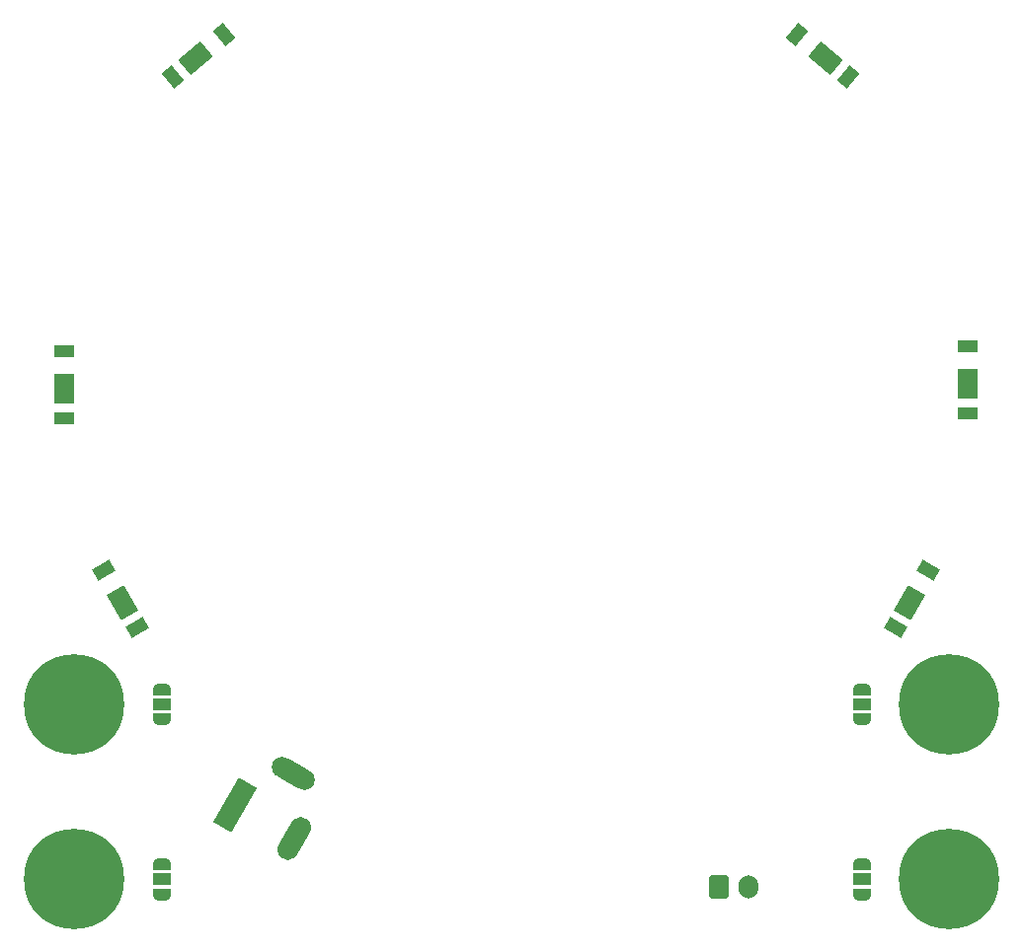
<source format=gbr>
%TF.GenerationSoftware,KiCad,Pcbnew,7.0.10*%
%TF.CreationDate,2024-02-19T23:02:20+00:00*%
%TF.ProjectId,Milo_RingLight,4d696c6f-5f52-4696-9e67-4c696768742e,rev?*%
%TF.SameCoordinates,Original*%
%TF.FileFunction,Soldermask,Top*%
%TF.FilePolarity,Negative*%
%FSLAX46Y46*%
G04 Gerber Fmt 4.6, Leading zero omitted, Abs format (unit mm)*
G04 Created by KiCad (PCBNEW 7.0.10) date 2024-02-19 23:02:20*
%MOMM*%
%LPD*%
G01*
G04 APERTURE LIST*
G04 Aperture macros list*
%AMRoundRect*
0 Rectangle with rounded corners*
0 $1 Rounding radius*
0 $2 $3 $4 $5 $6 $7 $8 $9 X,Y pos of 4 corners*
0 Add a 4 corners polygon primitive as box body*
4,1,4,$2,$3,$4,$5,$6,$7,$8,$9,$2,$3,0*
0 Add four circle primitives for the rounded corners*
1,1,$1+$1,$2,$3*
1,1,$1+$1,$4,$5*
1,1,$1+$1,$6,$7*
1,1,$1+$1,$8,$9*
0 Add four rect primitives between the rounded corners*
20,1,$1+$1,$2,$3,$4,$5,0*
20,1,$1+$1,$4,$5,$6,$7,0*
20,1,$1+$1,$6,$7,$8,$9,0*
20,1,$1+$1,$8,$9,$2,$3,0*%
%AMHorizOval*
0 Thick line with rounded ends*
0 $1 width*
0 $2 $3 position (X,Y) of the first rounded end (center of the circle)*
0 $4 $5 position (X,Y) of the second rounded end (center of the circle)*
0 Add line between two ends*
20,1,$1,$2,$3,$4,$5,0*
0 Add two circle primitives to create the rounded ends*
1,1,$1,$2,$3*
1,1,$1,$4,$5*%
%AMRotRect*
0 Rectangle, with rotation*
0 The origin of the aperture is its center*
0 $1 length*
0 $2 width*
0 $3 Rotation angle, in degrees counterclockwise*
0 Add horizontal line*
21,1,$1,$2,0,0,$3*%
%AMFreePoly0*
4,1,19,0.550000,-0.750000,0.000000,-0.750000,0.000000,-0.744911,-0.071157,-0.744911,-0.207708,-0.704816,-0.327430,-0.627875,-0.420627,-0.520320,-0.479746,-0.390866,-0.500000,-0.250000,-0.500000,0.250000,-0.479746,0.390866,-0.420627,0.520320,-0.327430,0.627875,-0.207708,0.704816,-0.071157,0.744911,0.000000,0.744911,0.000000,0.750000,0.550000,0.750000,0.550000,-0.750000,0.550000,-0.750000,
$1*%
%AMFreePoly1*
4,1,19,0.000000,0.744911,0.071157,0.744911,0.207708,0.704816,0.327430,0.627875,0.420627,0.520320,0.479746,0.390866,0.500000,0.250000,0.500000,-0.250000,0.479746,-0.390866,0.420627,-0.520320,0.327430,-0.627875,0.207708,-0.704816,0.071157,-0.744911,0.000000,-0.744911,0.000000,-0.750000,-0.550000,-0.750000,-0.550000,0.750000,0.000000,0.750000,0.000000,0.744911,0.000000,0.744911,
$1*%
G04 Aperture macros list end*
%ADD10C,0.900000*%
%ADD11C,8.600000*%
%ADD12FreePoly0,90.000000*%
%ADD13R,1.500000X1.000000*%
%ADD14FreePoly1,90.000000*%
%ADD15R,1.700000X1.100000*%
%ADD16R,1.700000X2.500000*%
%ADD17RoundRect,0.250000X-0.600000X-0.750000X0.600000X-0.750000X0.600000X0.750000X-0.600000X0.750000X0*%
%ADD18O,1.700000X2.000000*%
%ADD19RotRect,4.400000X1.800000X60.000000*%
%ADD20HorizOval,1.800000X0.550000X0.952628X-0.550000X-0.952628X0*%
%ADD21HorizOval,1.800000X-0.952628X0.550000X0.952628X-0.550000X0*%
%ADD22RotRect,1.100000X1.700000X300.000000*%
%ADD23RotRect,2.500000X1.700000X300.000000*%
%ADD24RotRect,1.100000X1.700000X240.000000*%
%ADD25RotRect,2.500000X1.700000X240.000000*%
%ADD26RotRect,1.100000X1.700000X320.000000*%
%ADD27RotRect,2.500000X1.700000X320.000000*%
%ADD28RotRect,1.100000X1.700000X220.000000*%
%ADD29RotRect,2.500000X1.700000X220.000000*%
G04 APERTURE END LIST*
D10*
%TO.C,J5*%
X104239024Y-97518461D03*
X105183605Y-95238042D03*
X105183605Y-99798880D03*
X107464024Y-94293461D03*
D11*
X107464024Y-97518461D03*
D10*
X107464024Y-100743461D03*
X109744443Y-95238042D03*
X109744443Y-99798880D03*
X110689024Y-97518461D03*
%TD*%
D12*
%TO.C,JP1*%
X39964024Y-83818461D03*
D13*
X39964024Y-82518461D03*
D14*
X39964024Y-81218461D03*
%TD*%
D10*
%TO.C,J2*%
X29239024Y-82518461D03*
X30183605Y-80238042D03*
X30183605Y-84798880D03*
X32464024Y-79293461D03*
D11*
X32464024Y-82518461D03*
D10*
X32464024Y-85743461D03*
X34744443Y-80238042D03*
X34744443Y-84798880D03*
X35689024Y-82518461D03*
%TD*%
D15*
%TO.C,D5*%
X109082624Y-51800000D03*
D16*
X109082624Y-55000000D03*
D15*
X109082624Y-57500000D03*
%TD*%
D12*
%TO.C,JP4*%
X99964024Y-98818461D03*
D13*
X99964024Y-97518461D03*
D14*
X99964024Y-96218461D03*
%TD*%
D12*
%TO.C,JP2*%
X39964024Y-98818461D03*
D13*
X39964024Y-97518461D03*
D14*
X39964024Y-96218461D03*
%TD*%
D12*
%TO.C,JP3*%
X99964024Y-83818461D03*
D13*
X99964024Y-82518461D03*
D14*
X99964024Y-81218461D03*
%TD*%
D10*
%TO.C,J3*%
X29239024Y-97518461D03*
X30183605Y-95238042D03*
X30183605Y-99798880D03*
X32464024Y-94293461D03*
D11*
X32464024Y-97518461D03*
D10*
X32464024Y-100743461D03*
X34744443Y-95238042D03*
X34744443Y-99798880D03*
X35689024Y-97518461D03*
%TD*%
D17*
%TO.C,J6*%
X87750000Y-98200000D03*
D18*
X90250000Y-98200000D03*
%TD*%
D19*
%TO.C,J1*%
X46261858Y-91133080D03*
D20*
X51284805Y-94033080D03*
D21*
X51259934Y-88476158D03*
%TD*%
D22*
%TO.C,D3*%
X34982624Y-70982380D03*
D23*
X36582624Y-73753661D03*
D22*
X37832624Y-75918724D03*
%TD*%
D24*
%TO.C,D4*%
X105682624Y-70982380D03*
D25*
X104082624Y-73753661D03*
D24*
X102832624Y-75918724D03*
%TD*%
D15*
%TO.C,D2*%
X31582624Y-52222800D03*
D16*
X31582624Y-55422800D03*
D15*
X31582624Y-57922800D03*
%TD*%
D26*
%TO.C,D6*%
X94427997Y-25028316D03*
D27*
X96879340Y-27085237D03*
D26*
X98794451Y-28692206D03*
%TD*%
D28*
%TO.C,D1*%
X45265367Y-25028316D03*
D29*
X42814024Y-27085237D03*
D28*
X40898913Y-28692206D03*
%TD*%
D10*
%TO.C,J4*%
X104239024Y-82518461D03*
X105183605Y-80238042D03*
X105183605Y-84798880D03*
X107464024Y-79293461D03*
D11*
X107464024Y-82518461D03*
D10*
X107464024Y-85743461D03*
X109744443Y-80238042D03*
X109744443Y-84798880D03*
X110689024Y-82518461D03*
%TD*%
M02*

</source>
